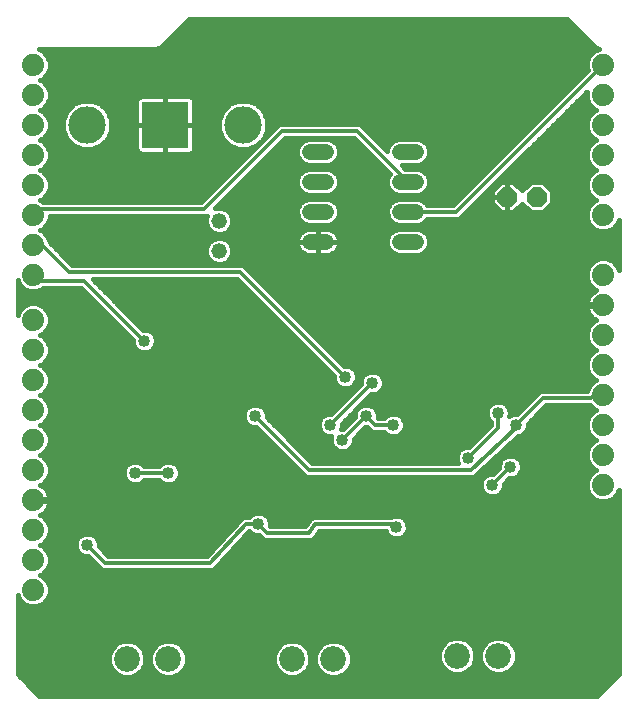
<source format=gbl>
G75*
%MOIN*%
%OFA0B0*%
%FSLAX24Y24*%
%IPPOS*%
%LPD*%
%AMOC8*
5,1,8,0,0,1.08239X$1,22.5*
%
%ADD10OC8,0.0660*%
%ADD11C,0.0520*%
%ADD12C,0.0740*%
%ADD13C,0.0520*%
%ADD14R,0.1560X0.1560*%
%ADD15C,0.1250*%
%ADD16C,0.0860*%
%ADD17C,0.0160*%
%ADD18C,0.0400*%
%ADD19C,0.0120*%
D10*
X017680Y023352D03*
X018680Y023352D03*
D11*
X014640Y022852D02*
X014120Y022852D01*
X014120Y021852D02*
X014640Y021852D01*
X014640Y023852D02*
X014120Y023852D01*
X014120Y024852D02*
X014640Y024852D01*
X011640Y024852D02*
X011120Y024852D01*
X011120Y023852D02*
X011640Y023852D01*
X011640Y022852D02*
X011120Y022852D01*
X011120Y021852D02*
X011640Y021852D01*
D12*
X020880Y022752D03*
X020880Y023752D03*
X020880Y024752D03*
X020880Y025752D03*
X020880Y026752D03*
X020880Y027752D03*
X020880Y020752D03*
X020880Y019752D03*
X020880Y018752D03*
X020880Y017752D03*
X020880Y016752D03*
X020880Y015752D03*
X020880Y014752D03*
X020880Y013752D03*
X001880Y013252D03*
X001880Y012252D03*
X001880Y011252D03*
X001880Y010252D03*
X001880Y014252D03*
X001880Y015252D03*
X001880Y016252D03*
X001880Y017252D03*
X001880Y018252D03*
X001880Y019252D03*
X001880Y020752D03*
X001880Y021752D03*
X001880Y022752D03*
X001880Y023752D03*
X001880Y024752D03*
X001880Y025752D03*
X001880Y026752D03*
X001880Y027752D03*
D13*
X008080Y022552D03*
X008080Y021552D03*
D14*
X006280Y025752D03*
D15*
X003680Y025752D03*
X008880Y025752D03*
D16*
X010511Y007952D03*
X011889Y007952D03*
X016011Y008052D03*
X017389Y008052D03*
X006389Y007952D03*
X005011Y007952D03*
D17*
X002079Y006732D02*
X001360Y007451D01*
X001360Y010071D01*
X001414Y009941D01*
X001568Y009786D01*
X001771Y009702D01*
X001989Y009702D01*
X002192Y009786D01*
X002346Y009941D01*
X002430Y010143D01*
X002430Y010362D01*
X002346Y010564D01*
X002192Y010719D01*
X002110Y010752D01*
X002192Y010786D01*
X002346Y010941D01*
X002430Y011143D01*
X002430Y011362D01*
X002346Y011564D01*
X002192Y011719D01*
X002110Y011752D01*
X002192Y011786D01*
X002346Y011941D01*
X002430Y012143D01*
X002430Y012362D01*
X002346Y012564D01*
X002192Y012719D01*
X002110Y012752D01*
X002168Y012782D01*
X002238Y012833D01*
X002300Y012894D01*
X002350Y012964D01*
X002390Y013041D01*
X002416Y013124D01*
X002430Y013209D01*
X002430Y013232D01*
X001900Y013232D01*
X001900Y013272D01*
X002430Y013272D01*
X002430Y013296D01*
X002416Y013381D01*
X002390Y013463D01*
X002350Y013541D01*
X002300Y013611D01*
X002238Y013672D01*
X002168Y013723D01*
X002110Y013752D01*
X002192Y013786D01*
X002346Y013941D01*
X002430Y014143D01*
X002430Y014362D01*
X002346Y014564D01*
X002192Y014719D01*
X002110Y014752D01*
X002192Y014786D01*
X002346Y014941D01*
X002430Y015143D01*
X002430Y015362D01*
X002346Y015564D01*
X002192Y015719D01*
X002110Y015752D01*
X002192Y015786D01*
X002346Y015941D01*
X002430Y016143D01*
X002430Y016362D01*
X002346Y016564D01*
X002192Y016719D01*
X002110Y016752D01*
X002192Y016786D01*
X002346Y016941D01*
X002430Y017143D01*
X002430Y017362D01*
X002346Y017564D01*
X002192Y017719D01*
X002110Y017752D01*
X002192Y017786D01*
X002346Y017941D01*
X002430Y018143D01*
X002430Y018362D01*
X002346Y018564D01*
X002192Y018719D01*
X002110Y018752D01*
X002192Y018786D01*
X002346Y018941D01*
X002430Y019143D01*
X002430Y019362D01*
X002346Y019564D01*
X002192Y019719D01*
X001989Y019802D01*
X001771Y019802D01*
X001568Y019719D01*
X001414Y019564D01*
X001360Y019434D01*
X001360Y020571D01*
X001414Y020441D01*
X001568Y020286D01*
X001771Y020202D01*
X001989Y020202D01*
X002192Y020286D01*
X002218Y020312D01*
X003481Y020312D01*
X005200Y018593D01*
X005200Y018477D01*
X005258Y018337D01*
X005365Y018230D01*
X005504Y018172D01*
X005656Y018172D01*
X005795Y018230D01*
X005902Y018337D01*
X005960Y018477D01*
X005960Y018628D01*
X005902Y018768D01*
X005795Y018875D01*
X005656Y018932D01*
X005539Y018932D01*
X010361Y018932D01*
X010519Y018774D02*
X005896Y018774D01*
X005960Y018615D02*
X010678Y018615D01*
X010836Y018457D02*
X005952Y018457D01*
X005863Y018298D02*
X010995Y018298D01*
X011153Y018140D02*
X002429Y018140D01*
X002430Y018298D02*
X005297Y018298D01*
X005208Y018457D02*
X002391Y018457D01*
X002295Y018615D02*
X005178Y018615D01*
X005019Y018774D02*
X002162Y018774D01*
X002338Y018932D02*
X004861Y018932D01*
X004702Y019091D02*
X002408Y019091D01*
X002430Y019249D02*
X004544Y019249D01*
X004385Y019408D02*
X002411Y019408D01*
X002344Y019566D02*
X004227Y019566D01*
X004068Y019725D02*
X002176Y019725D01*
X001584Y019725D02*
X001360Y019725D01*
X001360Y019883D02*
X003910Y019883D01*
X003751Y020042D02*
X001360Y020042D01*
X001360Y020200D02*
X003593Y020200D01*
X003954Y020517D02*
X008776Y020517D01*
X008681Y020612D02*
X011900Y017393D01*
X011900Y017277D01*
X011958Y017137D01*
X012065Y017030D01*
X012204Y016972D01*
X012356Y016972D01*
X012495Y017030D01*
X012602Y017137D01*
X012660Y017277D01*
X012660Y017428D01*
X012602Y017568D01*
X012495Y017675D01*
X012356Y017732D01*
X012239Y017732D01*
X008983Y020988D01*
X008916Y021056D01*
X008828Y021092D01*
X003179Y021092D01*
X002430Y021842D01*
X002430Y021862D01*
X002346Y022064D01*
X002192Y022219D01*
X002110Y022252D01*
X002192Y022286D01*
X002346Y022441D01*
X002430Y022643D01*
X002430Y022712D01*
X007628Y022712D01*
X007679Y022734D01*
X007640Y022640D01*
X007640Y022465D01*
X007707Y022303D01*
X007831Y022179D01*
X007992Y022112D01*
X008168Y022112D01*
X008329Y022179D01*
X008453Y022303D01*
X008520Y022465D01*
X008520Y022640D01*
X008453Y022802D01*
X008329Y022925D01*
X008168Y022992D01*
X007992Y022992D01*
X007936Y022969D01*
X010279Y025312D01*
X012581Y025312D01*
X013769Y024124D01*
X013747Y024102D01*
X013680Y023940D01*
X013680Y023765D01*
X013747Y023603D01*
X013871Y023479D01*
X014032Y023412D01*
X014728Y023412D01*
X014889Y023479D01*
X015013Y023603D01*
X015080Y023765D01*
X015080Y023940D01*
X015013Y024102D01*
X014889Y024225D01*
X014728Y024292D01*
X014279Y024292D01*
X014159Y024412D01*
X014728Y024412D01*
X014889Y024479D01*
X015013Y024603D01*
X015080Y024765D01*
X015080Y024940D01*
X015013Y025102D01*
X014889Y025225D01*
X014728Y025292D01*
X014032Y025292D01*
X013871Y025225D01*
X013747Y025102D01*
X013680Y024940D01*
X013680Y024892D01*
X012883Y025688D01*
X012816Y025756D01*
X012728Y025792D01*
X010132Y025792D01*
X010044Y025756D01*
X007481Y023192D01*
X002218Y023192D01*
X002192Y023219D01*
X002110Y023252D01*
X002192Y023286D01*
X002346Y023441D01*
X002430Y023643D01*
X002430Y023862D01*
X002346Y024064D01*
X002192Y024219D01*
X002110Y024252D01*
X002192Y024286D01*
X002346Y024441D01*
X002430Y024643D01*
X002430Y024862D01*
X002346Y025064D01*
X002192Y025219D01*
X002110Y025252D01*
X002192Y025286D01*
X002346Y025441D01*
X002430Y025643D01*
X002430Y025862D01*
X002346Y026064D01*
X002192Y026219D01*
X002110Y026252D01*
X002192Y026286D01*
X002346Y026441D01*
X002430Y026643D01*
X002430Y026862D01*
X002346Y027064D01*
X002192Y027219D01*
X002110Y027252D01*
X002192Y027286D01*
X002346Y027441D01*
X002430Y027643D01*
X002430Y027862D01*
X002346Y028064D01*
X002192Y028219D01*
X002062Y028272D01*
X005975Y028272D01*
X006152Y028345D01*
X007079Y029272D01*
X019681Y029272D01*
X020473Y028480D01*
X020608Y028345D01*
X020741Y028290D01*
X020568Y028219D01*
X020414Y028064D01*
X020330Y027862D01*
X020330Y027643D01*
X020360Y027571D01*
X015881Y023092D01*
X015017Y023092D01*
X015013Y023102D01*
X014889Y023225D01*
X014728Y023292D01*
X014032Y023292D01*
X013871Y023225D01*
X013747Y023102D01*
X013680Y022940D01*
X013680Y022765D01*
X013747Y022603D01*
X013871Y022479D01*
X014032Y022412D01*
X014728Y022412D01*
X014889Y022479D01*
X015013Y022603D01*
X015017Y022612D01*
X016028Y022612D01*
X016116Y022649D01*
X016183Y022716D01*
X020331Y026864D01*
X020330Y026862D01*
X020330Y026643D01*
X020414Y026441D01*
X020568Y026286D01*
X020650Y026252D01*
X020568Y026219D01*
X020414Y026064D01*
X020330Y025862D01*
X020330Y025643D01*
X020414Y025441D01*
X020568Y025286D01*
X020650Y025252D01*
X020568Y025219D01*
X020414Y025064D01*
X020330Y024862D01*
X020330Y024643D01*
X020414Y024441D01*
X020568Y024286D01*
X020650Y024252D01*
X020568Y024219D01*
X020414Y024064D01*
X020330Y023862D01*
X020330Y023643D01*
X020414Y023441D01*
X020568Y023286D01*
X020650Y023252D01*
X020568Y023219D01*
X020414Y023064D01*
X020330Y022862D01*
X020330Y022643D01*
X020414Y022441D01*
X020568Y022286D01*
X020771Y022202D01*
X020989Y022202D01*
X021192Y022286D01*
X021346Y022441D01*
X021400Y022571D01*
X021400Y020934D01*
X021346Y021064D01*
X021192Y021219D01*
X020989Y021302D01*
X020771Y021302D01*
X020568Y021219D01*
X020414Y021064D01*
X020330Y020862D01*
X020330Y020643D01*
X020414Y020441D01*
X020568Y020286D01*
X020650Y020252D01*
X020592Y020223D01*
X020522Y020172D01*
X020460Y020111D01*
X020410Y020041D01*
X020370Y019963D01*
X020344Y019881D01*
X020330Y019796D01*
X020330Y019772D01*
X020860Y019772D01*
X020860Y019732D01*
X020330Y019732D01*
X020330Y019709D01*
X020344Y019624D01*
X020370Y019541D01*
X020410Y019464D01*
X020460Y019394D01*
X020522Y019333D01*
X020592Y019282D01*
X020650Y019252D01*
X020568Y019219D01*
X020414Y019064D01*
X020330Y018862D01*
X020330Y018643D01*
X020414Y018441D01*
X020568Y018286D01*
X020650Y018252D01*
X020568Y018219D01*
X020414Y018064D01*
X020330Y017862D01*
X020330Y017643D01*
X020414Y017441D01*
X020568Y017286D01*
X020650Y017252D01*
X020568Y017219D01*
X020414Y017064D01*
X020343Y016892D01*
X018832Y016892D01*
X018744Y016856D01*
X018677Y016788D01*
X018021Y016132D01*
X017904Y016132D01*
X017765Y016075D01*
X017755Y016065D01*
X017760Y016077D01*
X017760Y016228D01*
X017702Y016368D01*
X017595Y016475D01*
X017456Y016532D01*
X017304Y016532D01*
X017165Y016475D01*
X017058Y016368D01*
X017000Y016228D01*
X017000Y016077D01*
X017058Y015937D01*
X017140Y015855D01*
X017140Y015752D01*
X016421Y015032D01*
X016304Y015032D01*
X016165Y014975D01*
X016058Y014868D01*
X016000Y014728D01*
X016000Y014577D01*
X016035Y014492D01*
X011179Y014492D01*
X009660Y016012D01*
X009660Y016128D01*
X009602Y016268D01*
X009495Y016375D01*
X009356Y016432D01*
X009204Y016432D01*
X009065Y016375D01*
X008958Y016268D01*
X008900Y016128D01*
X008900Y015977D01*
X008958Y015837D01*
X009065Y015730D01*
X009204Y015672D01*
X009321Y015672D01*
X010877Y014116D01*
X010944Y014049D01*
X011032Y014012D01*
X016476Y014012D01*
X016519Y014011D01*
X016523Y014012D01*
X016528Y014012D01*
X016568Y014029D01*
X016609Y014044D01*
X016612Y014047D01*
X016616Y014049D01*
X016647Y014080D01*
X018032Y015372D01*
X018056Y015372D01*
X018195Y015430D01*
X018302Y015537D01*
X018360Y015677D01*
X018360Y015793D01*
X018979Y016412D01*
X020442Y016412D01*
X020568Y016286D01*
X020650Y016252D01*
X020568Y016219D01*
X020414Y016064D01*
X020330Y015862D01*
X020330Y015643D01*
X020414Y015441D01*
X020568Y015286D01*
X020650Y015252D01*
X020568Y015219D01*
X020414Y015064D01*
X020330Y014862D01*
X020330Y014643D01*
X020414Y014441D01*
X020568Y014286D01*
X020650Y014252D01*
X020568Y014219D01*
X020414Y014064D01*
X020330Y013862D01*
X020330Y013643D01*
X020414Y013441D01*
X020568Y013286D01*
X020771Y013202D01*
X020989Y013202D01*
X021192Y013286D01*
X021346Y013441D01*
X021400Y013571D01*
X021400Y007451D01*
X020681Y006732D01*
X002079Y006732D01*
X001925Y006886D02*
X020835Y006886D01*
X020994Y007045D02*
X001766Y007045D01*
X001608Y007203D02*
X021152Y007203D01*
X021311Y007362D02*
X012057Y007362D01*
X012010Y007342D02*
X012234Y007435D01*
X012406Y007607D01*
X012499Y007831D01*
X012499Y008074D01*
X012406Y008298D01*
X012234Y008469D01*
X012010Y008562D01*
X011767Y008562D01*
X011543Y008469D01*
X011372Y008298D01*
X011279Y008074D01*
X011279Y007831D01*
X011372Y007607D01*
X011543Y007435D01*
X011767Y007342D01*
X012010Y007342D01*
X012319Y007520D02*
X015701Y007520D01*
X015665Y007535D02*
X015889Y007442D01*
X016132Y007442D01*
X016356Y007535D01*
X016528Y007707D01*
X016621Y007931D01*
X016621Y008174D01*
X016528Y008398D01*
X016356Y008569D01*
X016132Y008662D01*
X015889Y008662D01*
X015665Y008569D01*
X015494Y008398D01*
X015401Y008174D01*
X015401Y007931D01*
X015494Y007707D01*
X015665Y007535D01*
X015522Y007679D02*
X012436Y007679D01*
X012499Y007837D02*
X015440Y007837D01*
X015401Y007996D02*
X012499Y007996D01*
X012465Y008154D02*
X015401Y008154D01*
X015458Y008313D02*
X012391Y008313D01*
X012230Y008471D02*
X015567Y008471D01*
X015811Y008630D02*
X001360Y008630D01*
X001360Y008788D02*
X021400Y008788D01*
X021400Y008630D02*
X017588Y008630D01*
X017510Y008662D02*
X017267Y008662D01*
X017043Y008569D01*
X016872Y008398D01*
X016779Y008174D01*
X016779Y007931D01*
X016872Y007707D01*
X017043Y007535D01*
X017267Y007442D01*
X017510Y007442D01*
X017734Y007535D01*
X017906Y007707D01*
X017999Y007931D01*
X017999Y008174D01*
X017906Y008398D01*
X017734Y008569D01*
X017510Y008662D01*
X017189Y008630D02*
X016210Y008630D01*
X016454Y008471D02*
X016945Y008471D01*
X016836Y008313D02*
X016563Y008313D01*
X016621Y008154D02*
X016779Y008154D01*
X016779Y007996D02*
X016621Y007996D01*
X016582Y007837D02*
X016817Y007837D01*
X016899Y007679D02*
X016500Y007679D01*
X016320Y007520D02*
X017079Y007520D01*
X017698Y007520D02*
X021400Y007520D01*
X021400Y007679D02*
X017878Y007679D01*
X017960Y007837D02*
X021400Y007837D01*
X021400Y007996D02*
X017999Y007996D01*
X017999Y008154D02*
X021400Y008154D01*
X021400Y008313D02*
X017941Y008313D01*
X017832Y008471D02*
X021400Y008471D01*
X021400Y008947D02*
X001360Y008947D01*
X001360Y009105D02*
X021400Y009105D01*
X021400Y009264D02*
X001360Y009264D01*
X001360Y009422D02*
X021400Y009422D01*
X021400Y009581D02*
X001360Y009581D01*
X001360Y009739D02*
X001681Y009739D01*
X001457Y009898D02*
X001360Y009898D01*
X001360Y010056D02*
X001366Y010056D01*
X002079Y009739D02*
X021400Y009739D01*
X021400Y009898D02*
X002303Y009898D01*
X002394Y010056D02*
X021400Y010056D01*
X021400Y010215D02*
X002430Y010215D01*
X002425Y010373D02*
X021400Y010373D01*
X021400Y010532D02*
X002360Y010532D01*
X002220Y010690D02*
X021400Y010690D01*
X021400Y010849D02*
X002254Y010849D01*
X002374Y011007D02*
X004086Y011007D01*
X004144Y010949D02*
X004232Y010912D01*
X007737Y010912D01*
X007742Y010911D01*
X007785Y010912D01*
X007828Y010912D01*
X007832Y010914D01*
X007837Y010914D01*
X007876Y010932D01*
X007916Y010949D01*
X007919Y010952D01*
X007924Y010954D01*
X007953Y010986D01*
X007983Y011016D01*
X007985Y011021D01*
X009084Y012211D01*
X009165Y012130D01*
X009304Y012072D01*
X009421Y012072D01*
X009544Y011949D01*
X009632Y011912D01*
X011056Y011912D01*
X011080Y011908D01*
X011104Y011912D01*
X011128Y011912D01*
X011150Y011922D01*
X011174Y011926D01*
X011194Y011940D01*
X011216Y011949D01*
X011233Y011966D01*
X011253Y011980D01*
X011267Y011999D01*
X011283Y012016D01*
X011293Y012039D01*
X011408Y012212D01*
X013627Y012212D01*
X013658Y012137D01*
X013765Y012030D01*
X013904Y011972D01*
X014056Y011972D01*
X014195Y012030D01*
X014302Y012137D01*
X014360Y012277D01*
X014360Y012428D01*
X014302Y012568D01*
X014195Y012675D01*
X014056Y012732D01*
X013904Y012732D01*
X013808Y012692D01*
X011304Y012692D01*
X011280Y012697D01*
X011256Y012692D01*
X011232Y012692D01*
X011210Y012683D01*
X011186Y012678D01*
X011166Y012665D01*
X011144Y012656D01*
X011127Y012639D01*
X011107Y012625D01*
X011093Y012605D01*
X011077Y012588D01*
X011067Y012566D01*
X010952Y012392D01*
X009779Y012392D01*
X009760Y012412D01*
X009760Y012528D01*
X009702Y012668D01*
X009595Y012775D01*
X009456Y012832D01*
X009304Y012832D01*
X009165Y012775D01*
X009083Y012692D01*
X009023Y012692D01*
X009018Y012694D01*
X008975Y012692D01*
X008932Y012692D01*
X008928Y012690D01*
X008923Y012690D01*
X008884Y012672D01*
X008844Y012656D01*
X008841Y012652D01*
X008836Y012650D01*
X008807Y012619D01*
X008777Y012588D01*
X008775Y012584D01*
X007675Y011392D01*
X004379Y011392D01*
X004060Y011712D01*
X004060Y011828D01*
X004002Y011968D01*
X003895Y012075D01*
X003756Y012132D01*
X003604Y012132D01*
X003465Y012075D01*
X003358Y011968D01*
X003300Y011828D01*
X003300Y011677D01*
X003358Y011537D01*
X003465Y011430D01*
X003604Y011372D01*
X003721Y011372D01*
X004144Y010949D01*
X003927Y011166D02*
X002430Y011166D01*
X002430Y011324D02*
X003769Y011324D01*
X003412Y011483D02*
X002380Y011483D01*
X002269Y011641D02*
X003315Y011641D01*
X003300Y011800D02*
X002205Y011800D01*
X002354Y011958D02*
X003354Y011958D01*
X003567Y012117D02*
X002419Y012117D01*
X002430Y012275D02*
X008490Y012275D01*
X008344Y012117D02*
X003793Y012117D01*
X004006Y011958D02*
X008197Y011958D01*
X008051Y011800D02*
X004060Y011800D01*
X004130Y011641D02*
X007905Y011641D01*
X007758Y011483D02*
X004289Y011483D01*
X005204Y013772D02*
X005065Y013830D01*
X004958Y013937D01*
X004900Y014077D01*
X004900Y014228D01*
X004958Y014368D01*
X005065Y014475D01*
X005204Y014532D01*
X005356Y014532D01*
X005495Y014475D01*
X005577Y014392D01*
X006083Y014392D01*
X006165Y014475D01*
X006304Y014532D01*
X006456Y014532D01*
X006595Y014475D01*
X006702Y014368D01*
X006760Y014228D01*
X006760Y014077D01*
X006702Y013937D01*
X006595Y013830D01*
X006456Y013772D01*
X006304Y013772D01*
X006165Y013830D01*
X006083Y013912D01*
X005577Y013912D01*
X005495Y013830D01*
X005356Y013772D01*
X005204Y013772D01*
X005035Y013860D02*
X002266Y013860D01*
X002197Y013702D02*
X016800Y013702D01*
X016800Y013677D02*
X016858Y013537D01*
X016965Y013430D01*
X017104Y013372D01*
X017256Y013372D01*
X017395Y013430D01*
X017502Y013537D01*
X017560Y013677D01*
X017560Y013793D01*
X017739Y013972D01*
X017856Y013972D01*
X017995Y014030D01*
X018102Y014137D01*
X018160Y014277D01*
X018160Y014428D01*
X018102Y014568D01*
X017995Y014675D01*
X017856Y014732D01*
X017704Y014732D01*
X017565Y014675D01*
X017458Y014568D01*
X017400Y014428D01*
X017400Y014312D01*
X017221Y014132D01*
X017104Y014132D01*
X016965Y014075D01*
X016858Y013968D01*
X016800Y013828D01*
X016800Y013677D01*
X016855Y013543D02*
X002348Y013543D01*
X002415Y013385D02*
X017074Y013385D01*
X017286Y013385D02*
X020470Y013385D01*
X020371Y013543D02*
X017505Y013543D01*
X017560Y013702D02*
X020330Y013702D01*
X020330Y013860D02*
X017627Y013860D01*
X017968Y014019D02*
X020395Y014019D01*
X020527Y014177D02*
X018119Y014177D01*
X018160Y014336D02*
X020519Y014336D01*
X020392Y014494D02*
X018132Y014494D01*
X018017Y014653D02*
X020330Y014653D01*
X020330Y014811D02*
X017431Y014811D01*
X017543Y014653D02*
X017261Y014653D01*
X017428Y014494D02*
X017091Y014494D01*
X016921Y014336D02*
X017400Y014336D01*
X017266Y014177D02*
X016751Y014177D01*
X016909Y014019D02*
X016543Y014019D01*
X016813Y013860D02*
X006625Y013860D01*
X006736Y014019D02*
X011017Y014019D01*
X010816Y014177D02*
X006760Y014177D01*
X006715Y014336D02*
X010657Y014336D01*
X010499Y014494D02*
X006547Y014494D01*
X006213Y014494D02*
X005447Y014494D01*
X005113Y014494D02*
X002375Y014494D01*
X002430Y014336D02*
X004945Y014336D01*
X004900Y014177D02*
X002430Y014177D01*
X002379Y014019D02*
X004924Y014019D01*
X005525Y013860D02*
X006135Y013860D01*
X008265Y011324D02*
X021400Y011324D01*
X021400Y011166D02*
X008119Y011166D01*
X007974Y011007D02*
X021400Y011007D01*
X021400Y011483D02*
X008412Y011483D01*
X008558Y011641D02*
X021400Y011641D01*
X021400Y011800D02*
X008704Y011800D01*
X008851Y011958D02*
X009535Y011958D01*
X009760Y012434D02*
X010979Y012434D01*
X011081Y012592D02*
X009733Y012592D01*
X009619Y012751D02*
X021400Y012751D01*
X021400Y012909D02*
X002311Y012909D01*
X002398Y013068D02*
X021400Y013068D01*
X021400Y013226D02*
X021047Y013226D01*
X021290Y013385D02*
X021400Y013385D01*
X021389Y013543D02*
X021400Y013543D01*
X020713Y013226D02*
X002430Y013226D01*
X002114Y012751D02*
X009141Y012751D01*
X008781Y012592D02*
X002318Y012592D01*
X002400Y012434D02*
X008636Y012434D01*
X008997Y012117D02*
X009197Y012117D01*
X010340Y014653D02*
X002257Y014653D01*
X002217Y014811D02*
X010182Y014811D01*
X010023Y014970D02*
X002358Y014970D01*
X002424Y015128D02*
X009865Y015128D01*
X009706Y015287D02*
X002430Y015287D01*
X002395Y015445D02*
X009548Y015445D01*
X009389Y015604D02*
X002306Y015604D01*
X002134Y015762D02*
X009033Y015762D01*
X008923Y015921D02*
X002326Y015921D01*
X002404Y016079D02*
X008900Y016079D01*
X008946Y016238D02*
X002430Y016238D01*
X002416Y016396D02*
X009118Y016396D01*
X009442Y016396D02*
X012085Y016396D01*
X012243Y016555D02*
X002350Y016555D01*
X002197Y016713D02*
X012402Y016713D01*
X012560Y016872D02*
X002277Y016872D01*
X002383Y017030D02*
X012065Y017030D01*
X011936Y017189D02*
X002430Y017189D01*
X002430Y017347D02*
X011900Y017347D01*
X011787Y017506D02*
X002370Y017506D01*
X002246Y017664D02*
X011629Y017664D01*
X011470Y017823D02*
X002228Y017823D01*
X002363Y017981D02*
X011312Y017981D01*
X011673Y018298D02*
X020556Y018298D01*
X020490Y018140D02*
X011832Y018140D01*
X011990Y017981D02*
X020380Y017981D01*
X020330Y017823D02*
X012149Y017823D01*
X012505Y017664D02*
X020330Y017664D01*
X020387Y017506D02*
X013320Y017506D01*
X013256Y017532D02*
X013395Y017475D01*
X013502Y017368D01*
X013560Y017228D01*
X013560Y017077D01*
X013502Y016937D01*
X013395Y016830D01*
X013256Y016772D01*
X013139Y016772D01*
X012160Y015793D01*
X012160Y015677D01*
X012142Y015632D01*
X012221Y015632D01*
X012600Y016012D01*
X012600Y016128D01*
X012658Y016268D01*
X012765Y016375D01*
X012904Y016432D01*
X013056Y016432D01*
X013195Y016375D01*
X013302Y016268D01*
X013360Y016128D01*
X013360Y016012D01*
X013379Y015992D01*
X013583Y015992D01*
X013665Y016075D01*
X013804Y016132D01*
X013956Y016132D01*
X014095Y016075D01*
X014202Y015968D01*
X014260Y015828D01*
X014260Y015677D01*
X014202Y015537D01*
X014095Y015430D01*
X013956Y015372D01*
X013804Y015372D01*
X013665Y015430D01*
X013583Y015512D01*
X013232Y015512D01*
X013144Y015549D01*
X013077Y015616D01*
X013021Y015672D01*
X012939Y015672D01*
X012560Y015293D01*
X012560Y015177D01*
X012502Y015037D01*
X012395Y014930D01*
X012256Y014872D01*
X012104Y014872D01*
X011965Y014930D01*
X011858Y015037D01*
X011800Y015177D01*
X011800Y015328D01*
X011818Y015372D01*
X011704Y015372D01*
X011565Y015430D01*
X011458Y015537D01*
X011400Y015677D01*
X011400Y015828D01*
X011458Y015968D01*
X011565Y016075D01*
X011704Y016132D01*
X011821Y016132D01*
X012800Y017112D01*
X012800Y017228D01*
X012858Y017368D01*
X012965Y017475D01*
X013104Y017532D01*
X013256Y017532D01*
X013040Y017506D02*
X012628Y017506D01*
X012660Y017347D02*
X012849Y017347D01*
X012800Y017189D02*
X012624Y017189D01*
X012719Y017030D02*
X012495Y017030D01*
X012922Y016555D02*
X018443Y016555D01*
X018602Y016713D02*
X013080Y016713D01*
X013142Y016396D02*
X017087Y016396D01*
X017004Y016238D02*
X013314Y016238D01*
X013360Y016079D02*
X013676Y016079D01*
X014084Y016079D02*
X017000Y016079D01*
X017074Y015921D02*
X014222Y015921D01*
X014260Y015762D02*
X017140Y015762D01*
X016992Y015604D02*
X014230Y015604D01*
X014110Y015445D02*
X016834Y015445D01*
X016675Y015287D02*
X012560Y015287D01*
X012540Y015128D02*
X016517Y015128D01*
X016160Y014970D02*
X012435Y014970D01*
X012712Y015445D02*
X013650Y015445D01*
X013089Y015604D02*
X012871Y015604D01*
X012509Y015921D02*
X012288Y015921D01*
X012351Y015762D02*
X012160Y015762D01*
X011800Y015287D02*
X010385Y015287D01*
X010226Y015445D02*
X011550Y015445D01*
X011430Y015604D02*
X010068Y015604D01*
X009909Y015762D02*
X011400Y015762D01*
X011438Y015921D02*
X009751Y015921D01*
X009660Y016079D02*
X011576Y016079D01*
X011926Y016238D02*
X009614Y016238D01*
X010543Y015128D02*
X011820Y015128D01*
X011925Y014970D02*
X010702Y014970D01*
X010860Y014811D02*
X016035Y014811D01*
X016000Y014653D02*
X011019Y014653D01*
X011177Y014494D02*
X016034Y014494D01*
X017601Y014970D02*
X020375Y014970D01*
X020478Y015128D02*
X017770Y015128D01*
X017940Y015287D02*
X020568Y015287D01*
X020412Y015445D02*
X018210Y015445D01*
X018330Y015604D02*
X020346Y015604D01*
X020330Y015762D02*
X018360Y015762D01*
X018488Y015921D02*
X020354Y015921D01*
X020429Y016079D02*
X018646Y016079D01*
X018805Y016238D02*
X020615Y016238D01*
X020458Y016396D02*
X018963Y016396D01*
X018783Y016872D02*
X013437Y016872D01*
X013541Y017030D02*
X020400Y017030D01*
X020539Y017189D02*
X013560Y017189D01*
X013511Y017347D02*
X020507Y017347D01*
X020407Y018457D02*
X011515Y018457D01*
X011356Y018615D02*
X020341Y018615D01*
X020330Y018774D02*
X011198Y018774D01*
X011039Y018932D02*
X020359Y018932D01*
X020441Y019091D02*
X010881Y019091D01*
X010722Y019249D02*
X020643Y019249D01*
X020450Y019408D02*
X010564Y019408D01*
X010405Y019566D02*
X020362Y019566D01*
X020330Y019725D02*
X010247Y019725D01*
X010088Y019883D02*
X020344Y019883D01*
X020411Y020042D02*
X009930Y020042D01*
X009771Y020200D02*
X020561Y020200D01*
X020496Y020359D02*
X009613Y020359D01*
X009454Y020517D02*
X020382Y020517D01*
X020330Y020676D02*
X009296Y020676D01*
X009137Y020834D02*
X020330Y020834D01*
X020384Y020993D02*
X008979Y020993D01*
X008681Y020612D02*
X003859Y020612D01*
X005539Y018932D01*
X005381Y019091D02*
X010202Y019091D01*
X010044Y019249D02*
X005222Y019249D01*
X005064Y019408D02*
X009885Y019408D01*
X009727Y019566D02*
X004905Y019566D01*
X004747Y019725D02*
X009568Y019725D01*
X009410Y019883D02*
X004588Y019883D01*
X004430Y020042D02*
X009251Y020042D01*
X009093Y020200D02*
X004271Y020200D01*
X004113Y020359D02*
X008934Y020359D01*
X008329Y021179D02*
X008453Y021303D01*
X008520Y021465D01*
X008520Y021640D01*
X008453Y021802D01*
X008329Y021925D01*
X008168Y021992D01*
X007992Y021992D01*
X007831Y021925D01*
X007707Y021802D01*
X007640Y021640D01*
X007640Y021465D01*
X007707Y021303D01*
X007831Y021179D01*
X007992Y021112D01*
X008168Y021112D01*
X008329Y021179D01*
X008262Y021151D02*
X020501Y021151D01*
X020629Y022261D02*
X014804Y022261D01*
X014728Y022292D02*
X014889Y022225D01*
X015013Y022102D01*
X015080Y021940D01*
X015080Y021765D01*
X015013Y021603D01*
X014889Y021479D01*
X014728Y021412D01*
X014032Y021412D01*
X013871Y021479D01*
X013747Y021603D01*
X013680Y021765D01*
X013680Y021940D01*
X013747Y022102D01*
X013871Y022225D01*
X014032Y022292D01*
X014728Y022292D01*
X014744Y022419D02*
X020435Y022419D01*
X020357Y022578D02*
X014988Y022578D01*
X015012Y022102D02*
X021400Y022102D01*
X021400Y021944D02*
X015078Y021944D01*
X015080Y021785D02*
X021400Y021785D01*
X021400Y021627D02*
X015023Y021627D01*
X014863Y021468D02*
X021400Y021468D01*
X021400Y021310D02*
X008456Y021310D01*
X008520Y021468D02*
X010904Y021468D01*
X010889Y021476D02*
X010951Y021445D01*
X011017Y021423D01*
X011085Y021412D01*
X011380Y021412D01*
X011675Y021412D01*
X011743Y021423D01*
X011809Y021445D01*
X011871Y021476D01*
X011927Y021517D01*
X011976Y021566D01*
X012016Y021622D01*
X012048Y021683D01*
X012069Y021749D01*
X012080Y021818D01*
X012080Y021852D01*
X011380Y021852D01*
X011380Y021412D01*
X011380Y021852D01*
X011380Y021852D01*
X010680Y021852D01*
X010680Y021818D01*
X010691Y021749D01*
X010712Y021683D01*
X010744Y021622D01*
X010784Y021566D01*
X010833Y021517D01*
X010889Y021476D01*
X010741Y021627D02*
X008520Y021627D01*
X008460Y021785D02*
X010685Y021785D01*
X010680Y021852D02*
X011380Y021852D01*
X011380Y021852D01*
X011380Y021852D01*
X012080Y021852D01*
X012080Y021887D01*
X012069Y021955D01*
X012048Y022021D01*
X012016Y022083D01*
X011976Y022139D01*
X011927Y022188D01*
X011871Y022229D01*
X011809Y022260D01*
X011743Y022282D01*
X011675Y022292D01*
X011380Y022292D01*
X011085Y022292D01*
X011017Y022282D01*
X010951Y022260D01*
X010889Y022229D01*
X010833Y022188D01*
X010784Y022139D01*
X010744Y022083D01*
X010712Y022021D01*
X010691Y021955D01*
X010680Y021887D01*
X010680Y021852D01*
X010689Y021944D02*
X008285Y021944D01*
X008411Y022261D02*
X010953Y022261D01*
X011016Y022419D02*
X008501Y022419D01*
X008520Y022578D02*
X010772Y022578D01*
X010747Y022603D02*
X010871Y022479D01*
X011032Y022412D01*
X011728Y022412D01*
X011889Y022479D01*
X012013Y022603D01*
X012080Y022765D01*
X012080Y022940D01*
X012013Y023102D01*
X011889Y023225D01*
X011728Y023292D01*
X011032Y023292D01*
X010871Y023225D01*
X010747Y023102D01*
X010680Y022940D01*
X010680Y022765D01*
X010747Y022603D01*
X010692Y022736D02*
X008480Y022736D01*
X008360Y022895D02*
X010680Y022895D01*
X010727Y023053D02*
X008020Y023053D01*
X008179Y023212D02*
X010857Y023212D01*
X011032Y023412D02*
X011728Y023412D01*
X011889Y023479D01*
X012013Y023603D01*
X012080Y023765D01*
X012080Y023940D01*
X012013Y024102D01*
X011889Y024225D01*
X011728Y024292D01*
X011032Y024292D01*
X010871Y024225D01*
X010747Y024102D01*
X010680Y023940D01*
X010680Y023765D01*
X010747Y023603D01*
X010871Y023479D01*
X011032Y023412D01*
X010821Y023529D02*
X008496Y023529D01*
X008654Y023687D02*
X010712Y023687D01*
X010680Y023846D02*
X008813Y023846D01*
X008971Y024004D02*
X010707Y024004D01*
X010808Y024163D02*
X009130Y024163D01*
X009288Y024321D02*
X013572Y024321D01*
X013730Y024163D02*
X011952Y024163D01*
X012053Y024004D02*
X013707Y024004D01*
X013680Y023846D02*
X012080Y023846D01*
X012048Y023687D02*
X013712Y023687D01*
X013821Y023529D02*
X011939Y023529D01*
X011903Y023212D02*
X013857Y023212D01*
X013727Y023053D02*
X012033Y023053D01*
X012080Y022895D02*
X013680Y022895D01*
X013692Y022736D02*
X012068Y022736D01*
X011988Y022578D02*
X013772Y022578D01*
X014016Y022419D02*
X011744Y022419D01*
X011807Y022261D02*
X013956Y022261D01*
X013748Y022102D02*
X012002Y022102D01*
X012071Y021944D02*
X013682Y021944D01*
X013680Y021785D02*
X012075Y021785D01*
X012019Y021627D02*
X013737Y021627D01*
X013897Y021468D02*
X011856Y021468D01*
X011380Y021468D02*
X011380Y021468D01*
X011380Y021627D02*
X011380Y021627D01*
X011380Y021785D02*
X011380Y021785D01*
X011380Y021852D02*
X011380Y022292D01*
X011380Y021852D01*
X011380Y021852D01*
X011380Y021944D02*
X011380Y021944D01*
X011380Y022102D02*
X011380Y022102D01*
X011380Y022261D02*
X011380Y022261D01*
X010758Y022102D02*
X002308Y022102D01*
X002396Y021944D02*
X007875Y021944D01*
X007700Y021785D02*
X002486Y021785D01*
X002645Y021627D02*
X007640Y021627D01*
X007640Y021468D02*
X002803Y021468D01*
X002962Y021310D02*
X007704Y021310D01*
X007898Y021151D02*
X003120Y021151D01*
X002131Y022261D02*
X007749Y022261D01*
X007659Y022419D02*
X002325Y022419D01*
X002403Y022578D02*
X007640Y022578D01*
X007500Y023212D02*
X002198Y023212D01*
X002276Y023370D02*
X007659Y023370D01*
X007817Y023529D02*
X002383Y023529D01*
X002430Y023687D02*
X007976Y023687D01*
X008134Y023846D02*
X002430Y023846D01*
X002371Y024004D02*
X008293Y024004D01*
X008451Y024163D02*
X002247Y024163D01*
X002227Y024321D02*
X008610Y024321D01*
X008768Y024480D02*
X002362Y024480D01*
X002428Y024638D02*
X008927Y024638D01*
X009085Y024797D02*
X007101Y024797D01*
X007084Y024792D02*
X007129Y024805D01*
X007171Y024828D01*
X007204Y024862D01*
X007228Y024903D01*
X007240Y024949D01*
X007240Y025752D01*
X006280Y025752D01*
X006280Y024792D01*
X006280Y025752D01*
X006280Y025752D01*
X006280Y025752D01*
X005320Y025752D01*
X005320Y024949D01*
X005332Y024903D01*
X005356Y024862D01*
X005389Y024828D01*
X005431Y024805D01*
X005476Y024792D01*
X006280Y024792D01*
X007084Y024792D01*
X007240Y024955D02*
X008700Y024955D01*
X008720Y024947D02*
X009040Y024947D01*
X009336Y025070D01*
X009562Y025296D01*
X009685Y025592D01*
X009685Y025912D01*
X009562Y026208D01*
X009336Y026435D01*
X009040Y026557D01*
X008720Y026557D01*
X008424Y026435D01*
X008198Y026208D01*
X008075Y025912D01*
X008075Y025592D01*
X008198Y025296D01*
X008424Y025070D01*
X008720Y024947D01*
X008380Y025114D02*
X007240Y025114D01*
X007240Y025272D02*
X008222Y025272D01*
X008142Y025431D02*
X007240Y025431D01*
X007240Y025589D02*
X008076Y025589D01*
X008075Y025748D02*
X007240Y025748D01*
X007240Y025752D02*
X007240Y026556D01*
X007228Y026602D01*
X007204Y026643D01*
X007171Y026676D01*
X007129Y026700D01*
X007084Y026712D01*
X006280Y026712D01*
X005476Y026712D01*
X005431Y026700D01*
X005389Y026676D01*
X005356Y026643D01*
X005332Y026602D01*
X005320Y026556D01*
X005320Y025752D01*
X006280Y025752D01*
X006280Y025752D01*
X007240Y025752D01*
X007240Y025906D02*
X008075Y025906D01*
X008138Y026065D02*
X007240Y026065D01*
X007240Y026223D02*
X008213Y026223D01*
X008371Y026382D02*
X007240Y026382D01*
X007240Y026540D02*
X008679Y026540D01*
X009081Y026540D02*
X019329Y026540D01*
X019170Y026382D02*
X009389Y026382D01*
X009547Y026223D02*
X019012Y026223D01*
X018853Y026065D02*
X009622Y026065D01*
X009685Y025906D02*
X018695Y025906D01*
X018536Y025748D02*
X012824Y025748D01*
X012982Y025589D02*
X018378Y025589D01*
X018219Y025431D02*
X013141Y025431D01*
X013299Y025272D02*
X013984Y025272D01*
X013759Y025114D02*
X013458Y025114D01*
X013616Y024955D02*
X013686Y024955D01*
X013413Y024480D02*
X011890Y024480D01*
X011889Y024479D02*
X012013Y024603D01*
X012080Y024765D01*
X012080Y024940D01*
X012013Y025102D01*
X011889Y025225D01*
X011728Y025292D01*
X011032Y025292D01*
X010871Y025225D01*
X010747Y025102D01*
X010680Y024940D01*
X010680Y024765D01*
X010747Y024603D01*
X010871Y024479D01*
X011032Y024412D01*
X011728Y024412D01*
X011889Y024479D01*
X012028Y024638D02*
X013255Y024638D01*
X013096Y024797D02*
X012080Y024797D01*
X012074Y024955D02*
X012938Y024955D01*
X012779Y025114D02*
X012001Y025114D01*
X011776Y025272D02*
X012621Y025272D01*
X010984Y025272D02*
X010239Y025272D01*
X010081Y025114D02*
X010759Y025114D01*
X010686Y024955D02*
X009922Y024955D01*
X009764Y024797D02*
X010680Y024797D01*
X010732Y024638D02*
X009605Y024638D01*
X009447Y024480D02*
X010870Y024480D01*
X010036Y025748D02*
X009685Y025748D01*
X009684Y025589D02*
X009878Y025589D01*
X009719Y025431D02*
X009618Y025431D01*
X009561Y025272D02*
X009538Y025272D01*
X009402Y025114D02*
X009380Y025114D01*
X009244Y024955D02*
X009060Y024955D01*
X008337Y023370D02*
X016159Y023370D01*
X016000Y023212D02*
X014903Y023212D01*
X014939Y023529D02*
X016317Y023529D01*
X016476Y023687D02*
X015048Y023687D01*
X015080Y023846D02*
X016634Y023846D01*
X016793Y024004D02*
X015053Y024004D01*
X014952Y024163D02*
X016951Y024163D01*
X017110Y024321D02*
X014250Y024321D01*
X014890Y024480D02*
X017268Y024480D01*
X017427Y024638D02*
X015028Y024638D01*
X015080Y024797D02*
X017585Y024797D01*
X017744Y024955D02*
X015074Y024955D01*
X015001Y025114D02*
X017902Y025114D01*
X018061Y025272D02*
X014776Y025272D01*
X016679Y023212D02*
X017170Y023212D01*
X017170Y023141D02*
X017170Y023352D01*
X017680Y023352D01*
X017680Y022842D01*
X017891Y022842D01*
X018180Y023131D01*
X018469Y022842D01*
X018891Y022842D01*
X019190Y023141D01*
X019190Y023564D01*
X018891Y023862D01*
X018469Y023862D01*
X018180Y023574D01*
X017891Y023862D01*
X017680Y023862D01*
X017469Y023862D01*
X017170Y023564D01*
X017170Y023352D01*
X017680Y023352D01*
X017680Y023352D01*
X017680Y022842D01*
X017469Y022842D01*
X017170Y023141D01*
X017258Y023053D02*
X016520Y023053D01*
X016362Y022895D02*
X017416Y022895D01*
X017680Y022895D02*
X017680Y022895D01*
X017680Y023053D02*
X017680Y023053D01*
X017680Y023212D02*
X017680Y023212D01*
X017680Y023352D02*
X017680Y023352D01*
X017680Y023862D01*
X017680Y023352D01*
X017680Y023352D01*
X017680Y023370D02*
X017680Y023370D01*
X017680Y023529D02*
X017680Y023529D01*
X017680Y023687D02*
X017680Y023687D01*
X017680Y023846D02*
X017680Y023846D01*
X017908Y023846D02*
X018452Y023846D01*
X018294Y023687D02*
X018066Y023687D01*
X018102Y023053D02*
X018258Y023053D01*
X018416Y022895D02*
X017944Y022895D01*
X017170Y023370D02*
X016837Y023370D01*
X016996Y023529D02*
X017170Y023529D01*
X017154Y023687D02*
X017294Y023687D01*
X017313Y023846D02*
X017452Y023846D01*
X017471Y024004D02*
X020389Y024004D01*
X020330Y023846D02*
X018908Y023846D01*
X019066Y023687D02*
X020330Y023687D01*
X020377Y023529D02*
X019190Y023529D01*
X019190Y023370D02*
X020484Y023370D01*
X020562Y023212D02*
X019190Y023212D01*
X019102Y023053D02*
X020409Y023053D01*
X020344Y022895D02*
X018944Y022895D01*
X017630Y024163D02*
X020513Y024163D01*
X020533Y024321D02*
X017788Y024321D01*
X017947Y024480D02*
X020398Y024480D01*
X020332Y024638D02*
X018105Y024638D01*
X018264Y024797D02*
X020330Y024797D01*
X020369Y024955D02*
X018422Y024955D01*
X018581Y025114D02*
X020464Y025114D01*
X020602Y025272D02*
X018739Y025272D01*
X018898Y025431D02*
X020424Y025431D01*
X020352Y025589D02*
X019056Y025589D01*
X019215Y025748D02*
X020330Y025748D01*
X020348Y025906D02*
X019373Y025906D01*
X019532Y026065D02*
X020415Y026065D01*
X020580Y026223D02*
X019690Y026223D01*
X019849Y026382D02*
X020473Y026382D01*
X020372Y026540D02*
X020007Y026540D01*
X020166Y026699D02*
X020330Y026699D01*
X020324Y026857D02*
X020330Y026857D01*
X019963Y027174D02*
X002236Y027174D01*
X002238Y027333D02*
X020121Y027333D01*
X020280Y027491D02*
X002367Y027491D01*
X002430Y027650D02*
X020330Y027650D01*
X020330Y027808D02*
X002430Y027808D01*
X002386Y027967D02*
X020374Y027967D01*
X020475Y028125D02*
X002285Y028125D01*
X002366Y027016D02*
X019804Y027016D01*
X019646Y026857D02*
X002430Y026857D01*
X002430Y026699D02*
X005428Y026699D01*
X005320Y026540D02*
X003881Y026540D01*
X003840Y026557D02*
X003520Y026557D01*
X003224Y026435D01*
X002998Y026208D01*
X002875Y025912D01*
X002875Y025592D01*
X002998Y025296D01*
X003224Y025070D01*
X003520Y024947D01*
X003840Y024947D01*
X004136Y025070D01*
X004362Y025296D01*
X004485Y025592D01*
X004485Y025912D01*
X004362Y026208D01*
X004136Y026435D01*
X003840Y026557D01*
X004189Y026382D02*
X005320Y026382D01*
X005320Y026223D02*
X004347Y026223D01*
X004422Y026065D02*
X005320Y026065D01*
X005320Y025906D02*
X004485Y025906D01*
X004485Y025748D02*
X005320Y025748D01*
X005320Y025589D02*
X004484Y025589D01*
X004418Y025431D02*
X005320Y025431D01*
X005320Y025272D02*
X004338Y025272D01*
X004180Y025114D02*
X005320Y025114D01*
X005320Y024955D02*
X003860Y024955D01*
X003500Y024955D02*
X002391Y024955D01*
X002430Y024797D02*
X005459Y024797D01*
X006280Y024797D02*
X006280Y024797D01*
X006280Y024955D02*
X006280Y024955D01*
X006280Y025114D02*
X006280Y025114D01*
X006280Y025272D02*
X006280Y025272D01*
X006280Y025431D02*
X006280Y025431D01*
X006280Y025589D02*
X006280Y025589D01*
X006280Y025748D02*
X006280Y025748D01*
X006280Y025752D02*
X006280Y026712D01*
X006280Y025752D01*
X006280Y025752D01*
X006280Y025906D02*
X006280Y025906D01*
X006280Y026065D02*
X006280Y026065D01*
X006280Y026223D02*
X006280Y026223D01*
X006280Y026382D02*
X006280Y026382D01*
X006280Y026540D02*
X006280Y026540D01*
X006280Y026699D02*
X006280Y026699D01*
X007132Y026699D02*
X019487Y026699D01*
X020726Y028284D02*
X006003Y028284D01*
X006249Y028442D02*
X020511Y028442D01*
X020353Y028601D02*
X006407Y028601D01*
X006566Y028759D02*
X020194Y028759D01*
X020036Y028918D02*
X006724Y028918D01*
X006883Y029076D02*
X019877Y029076D01*
X019719Y029235D02*
X007041Y029235D01*
X003479Y026540D02*
X002388Y026540D01*
X002287Y026382D02*
X003171Y026382D01*
X003013Y026223D02*
X002180Y026223D01*
X002345Y026065D02*
X002938Y026065D01*
X002875Y025906D02*
X002412Y025906D01*
X002430Y025748D02*
X002875Y025748D01*
X002876Y025589D02*
X002408Y025589D01*
X002336Y025431D02*
X002942Y025431D01*
X003022Y025272D02*
X002158Y025272D01*
X002296Y025114D02*
X003180Y025114D01*
X001382Y020517D02*
X001360Y020517D01*
X001360Y020359D02*
X001496Y020359D01*
X001416Y019566D02*
X001360Y019566D01*
X004889Y008562D02*
X004665Y008469D01*
X004494Y008298D01*
X004401Y008074D01*
X004401Y007831D01*
X004494Y007607D01*
X004665Y007435D01*
X004889Y007342D01*
X005132Y007342D01*
X005356Y007435D01*
X005528Y007607D01*
X005621Y007831D01*
X005621Y008074D01*
X005528Y008298D01*
X005356Y008469D01*
X005132Y008562D01*
X004889Y008562D01*
X004670Y008471D02*
X001360Y008471D01*
X001360Y008313D02*
X004509Y008313D01*
X004434Y008154D02*
X001360Y008154D01*
X001360Y007996D02*
X004401Y007996D01*
X004401Y007837D02*
X001360Y007837D01*
X001360Y007679D02*
X004464Y007679D01*
X004580Y007520D02*
X001360Y007520D01*
X001449Y007362D02*
X004842Y007362D01*
X005179Y007362D02*
X006220Y007362D01*
X006267Y007342D02*
X006510Y007342D01*
X006734Y007435D01*
X006906Y007607D01*
X006999Y007831D01*
X006999Y008074D01*
X006906Y008298D01*
X006734Y008469D01*
X006510Y008562D01*
X006267Y008562D01*
X006043Y008469D01*
X005872Y008298D01*
X005779Y008074D01*
X005779Y007831D01*
X005872Y007607D01*
X006043Y007435D01*
X006267Y007342D01*
X005958Y007520D02*
X005441Y007520D01*
X005558Y007679D02*
X005842Y007679D01*
X005779Y007837D02*
X005621Y007837D01*
X005621Y007996D02*
X005779Y007996D01*
X005812Y008154D02*
X005587Y008154D01*
X005513Y008313D02*
X005886Y008313D01*
X006048Y008471D02*
X005352Y008471D01*
X006730Y008471D02*
X010170Y008471D01*
X010165Y008469D02*
X009994Y008298D01*
X009901Y008074D01*
X009901Y007831D01*
X009994Y007607D01*
X010165Y007435D01*
X010389Y007342D01*
X010632Y007342D01*
X010856Y007435D01*
X011028Y007607D01*
X011121Y007831D01*
X011121Y008074D01*
X011028Y008298D01*
X010856Y008469D01*
X010632Y008562D01*
X010389Y008562D01*
X010165Y008469D01*
X010009Y008313D02*
X006891Y008313D01*
X006965Y008154D02*
X009934Y008154D01*
X009901Y007996D02*
X006999Y007996D01*
X006999Y007837D02*
X009901Y007837D01*
X009964Y007679D02*
X006936Y007679D01*
X006819Y007520D02*
X010080Y007520D01*
X010342Y007362D02*
X006557Y007362D01*
X010679Y007362D02*
X011720Y007362D01*
X011458Y007520D02*
X010941Y007520D01*
X011058Y007679D02*
X011342Y007679D01*
X011279Y007837D02*
X011121Y007837D01*
X011121Y007996D02*
X011279Y007996D01*
X011312Y008154D02*
X011087Y008154D01*
X011013Y008313D02*
X011386Y008313D01*
X011548Y008471D02*
X010852Y008471D01*
X011225Y011958D02*
X021400Y011958D01*
X021400Y012117D02*
X014282Y012117D01*
X014359Y012275D02*
X021400Y012275D01*
X021400Y012434D02*
X014358Y012434D01*
X014277Y012592D02*
X021400Y012592D01*
X018285Y016396D02*
X017673Y016396D01*
X017756Y016238D02*
X018126Y016238D01*
X017776Y016079D02*
X017760Y016079D01*
X021376Y020993D02*
X021400Y020993D01*
X021400Y021151D02*
X021259Y021151D01*
X021131Y022261D02*
X021400Y022261D01*
X021400Y022419D02*
X021325Y022419D01*
X020330Y022736D02*
X016203Y022736D01*
X012818Y016396D02*
X012763Y016396D01*
X012646Y016238D02*
X012605Y016238D01*
X012600Y016079D02*
X012446Y016079D01*
X011345Y012117D02*
X013678Y012117D01*
D18*
X013980Y012352D03*
X013080Y011452D03*
X012180Y015252D03*
X011780Y015752D03*
X012980Y016052D03*
X013880Y015752D03*
X015080Y015652D03*
X016380Y014652D03*
X017180Y013752D03*
X017780Y014352D03*
X017980Y015752D03*
X017380Y016152D03*
X016380Y017452D03*
X013180Y017152D03*
X012280Y017352D03*
X010480Y018352D03*
X009280Y016052D03*
X009680Y015052D03*
X009380Y012452D03*
X007080Y011552D03*
X006380Y014152D03*
X005280Y014152D03*
X004480Y015652D03*
X005780Y017352D03*
X005580Y018552D03*
X004580Y020252D03*
X003680Y011752D03*
X018680Y011352D03*
D19*
X017180Y013752D02*
X017780Y014352D01*
X016480Y014252D02*
X017980Y015652D01*
X017980Y015752D01*
X018880Y016652D01*
X020480Y016652D01*
X020580Y016752D01*
X020880Y016752D01*
X017380Y016152D02*
X017380Y015652D01*
X016380Y014652D01*
X016480Y014252D02*
X011080Y014252D01*
X009280Y016052D01*
X011780Y015752D02*
X013180Y017152D01*
X012280Y017352D02*
X008780Y020852D01*
X003080Y020852D01*
X002180Y021752D01*
X001880Y021752D01*
X001880Y022752D02*
X002080Y022952D01*
X007580Y022952D01*
X010180Y025552D01*
X012680Y025552D01*
X014380Y023852D01*
X014380Y022852D02*
X015980Y022852D01*
X020880Y027752D01*
X012980Y016052D02*
X012180Y015252D01*
X012980Y016052D02*
X013280Y015752D01*
X013880Y015752D01*
X013880Y012452D02*
X011280Y012452D01*
X011080Y012152D01*
X009680Y012152D01*
X009380Y012452D01*
X008980Y012452D01*
X007780Y011152D01*
X004280Y011152D01*
X003680Y011752D01*
X005280Y014152D02*
X006380Y014152D01*
X005580Y018552D02*
X003580Y020552D01*
X002080Y020552D01*
X001880Y020752D01*
X013880Y012452D02*
X013980Y012352D01*
M02*

</source>
